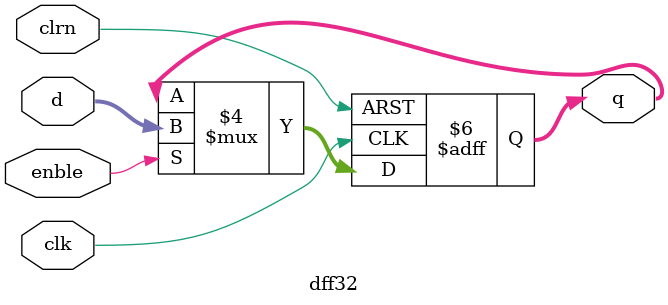
<source format=v>
`timescale 1ns / 1ps
module dff32(d,clk,clrn,enble,q
            );
input [31:0] d;
input clk,clrn, enble;
output [31:0] q;
reg [31:0] q;
always @ (negedge clrn or posedge clk)
    if(clrn==0) begin
        q<=0;
    end
    else if (enble==1) begin
        q<=d;
    end
endmodule

</source>
